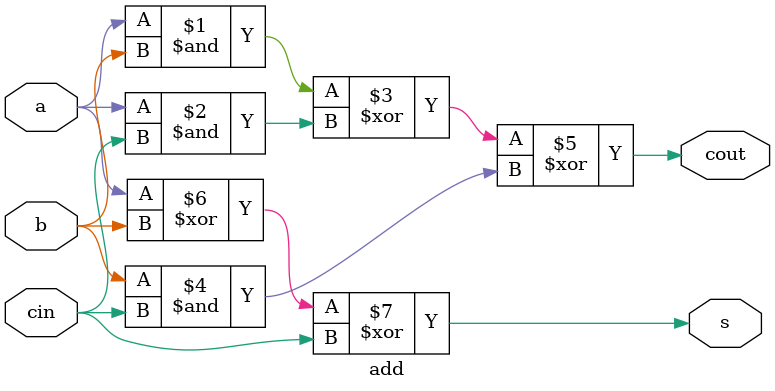
<source format=v>
module add(
    input wire a,b,cin,
	output wire s,cout
);
	assign cout = (a&b)^(a&cin)^(b&cin);
	assign s = a ^ b ^ cin;
endmodule

</source>
